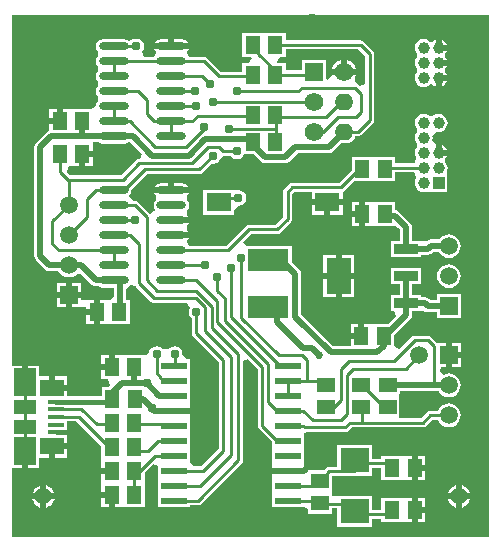
<source format=gtl>
G04 Layer_Physical_Order=1*
G04 Layer_Color=255*
%FSLAX23Y23*%
%MOIN*%
G70*
G01*
G75*
%ADD10R,0.083X0.063*%
%ADD11R,0.051X0.059*%
%ADD12R,0.075X0.094*%
%ADD13R,0.075X0.046*%
%ADD14R,0.054X0.018*%
%ADD15R,0.083X0.058*%
%ADD16O,0.098X0.028*%
%ADD17R,0.059X0.051*%
%ADD18R,0.087X0.024*%
%ADD19R,0.087X0.024*%
%ADD20R,0.083X0.122*%
%ADD21R,0.083X0.033*%
%ADD22R,0.134X0.075*%
%ADD23R,0.094X0.083*%
%ADD24C,0.010*%
%ADD25C,0.020*%
%ADD26C,0.018*%
%ADD27C,0.055*%
%ADD28C,0.039*%
%ADD29R,0.039X0.039*%
%ADD30R,0.059X0.059*%
%ADD31C,0.059*%
%ADD32C,0.062*%
%ADD33R,0.062X0.062*%
%ADD34O,0.062X0.055*%
%ADD35R,0.059X0.059*%
%ADD36C,0.031*%
%ADD37C,0.027*%
G36*
X598Y1292D02*
X594Y1282D01*
X589Y1275D01*
X584Y1274D01*
X579Y1271D01*
X529Y1220D01*
X360D01*
X347Y1233D01*
X355Y1250D01*
X361D01*
X379Y1250D01*
X390D01*
Y1290D01*
X400D01*
Y1300D01*
X436D01*
Y1312D01*
X436Y1330D01*
X453Y1330D01*
X456D01*
X459Y1328D01*
X468Y1326D01*
X539D01*
X548Y1328D01*
X551Y1330D01*
X560D01*
X598Y1292D01*
D02*
G37*
G36*
X1756Y15D02*
X165D01*
Y244D01*
X198D01*
Y300D01*
X218D01*
Y244D01*
X255D01*
Y279D01*
X288D01*
Y318D01*
X298D01*
Y328D01*
X350D01*
Y354D01*
X312D01*
Y371D01*
X350D01*
Y400D01*
X380D01*
X462Y318D01*
Y292D01*
X462Y275D01*
X462Y258D01*
Y245D01*
X498D01*
Y225D01*
X462D01*
Y212D01*
X462Y195D01*
X462Y178D01*
Y165D01*
X498D01*
Y155D01*
X508D01*
Y115D01*
X519D01*
X533Y115D01*
X551Y115D01*
X608D01*
Y195D01*
X608D01*
Y195D01*
X608D01*
Y231D01*
X635Y259D01*
X653Y251D01*
X653Y247D01*
Y215D01*
X653D01*
Y208D01*
X653D01*
Y165D01*
X653D01*
Y158D01*
X653D01*
Y115D01*
X759D01*
Y121D01*
X785D01*
X791Y122D01*
X796Y126D01*
X931Y261D01*
X934Y266D01*
X935Y272D01*
Y600D01*
X952Y607D01*
X985Y574D01*
Y386D01*
X986Y381D01*
X989Y376D01*
X1031Y334D01*
X1031Y315D01*
X1031Y297D01*
X1031Y265D01*
X1031Y247D01*
Y246D01*
X1084D01*
Y226D01*
X1031D01*
Y215D01*
X1031Y197D01*
X1031Y165D01*
X1031Y147D01*
Y115D01*
X1137D01*
X1152Y108D01*
Y92D01*
X1231D01*
Y110D01*
X1249D01*
Y49D01*
X1364D01*
Y75D01*
X1396D01*
Y65D01*
X1453D01*
X1467Y65D01*
X1485Y65D01*
X1497D01*
Y105D01*
Y145D01*
X1485D01*
X1471Y145D01*
X1453Y145D01*
X1396D01*
Y106D01*
X1364D01*
Y152D01*
X1249D01*
Y152D01*
X1232Y152D01*
X1231Y153D01*
Y163D01*
X1231Y181D01*
Y219D01*
X1249D01*
Y218D01*
X1364D01*
Y244D01*
X1396D01*
Y205D01*
X1453D01*
X1467Y205D01*
X1485Y205D01*
X1497D01*
Y245D01*
Y285D01*
X1485D01*
X1471Y285D01*
X1453Y285D01*
X1396D01*
Y275D01*
X1364D01*
Y321D01*
X1249D01*
Y249D01*
X1223D01*
X1217Y248D01*
X1212Y245D01*
X1206Y238D01*
X1155D01*
X1152Y238D01*
X1137Y245D01*
X1137Y258D01*
X1137Y276D01*
X1137Y308D01*
X1137Y326D01*
Y348D01*
X1140Y360D01*
X1152Y365D01*
X1275D01*
X1281Y366D01*
X1286Y369D01*
X1298Y381D01*
X1535D01*
X1541Y382D01*
X1546Y386D01*
X1565Y405D01*
X1585D01*
X1587Y400D01*
X1593Y392D01*
X1602Y385D01*
X1611Y381D01*
X1622Y380D01*
X1632Y381D01*
X1642Y385D01*
X1650Y392D01*
X1656Y400D01*
X1660Y410D01*
X1662Y420D01*
X1660Y430D01*
X1656Y440D01*
X1650Y448D01*
X1642Y455D01*
X1632Y459D01*
X1622Y460D01*
X1611Y459D01*
X1602Y455D01*
X1593Y448D01*
X1587Y440D01*
X1585Y435D01*
X1559D01*
X1553Y434D01*
X1548Y431D01*
X1529Y412D01*
X1474D01*
X1456Y412D01*
Y483D01*
X1456Y483D01*
X1459Y500D01*
X1587D01*
X1593Y492D01*
X1602Y485D01*
X1611Y481D01*
X1622Y480D01*
X1632Y481D01*
X1642Y485D01*
X1650Y492D01*
X1656Y500D01*
X1660Y510D01*
X1662Y520D01*
X1660Y530D01*
X1656Y540D01*
X1650Y548D01*
X1642Y555D01*
X1632Y559D01*
X1622Y560D01*
X1611Y559D01*
X1606Y556D01*
X1591Y566D01*
X1595Y580D01*
X1612D01*
Y620D01*
Y660D01*
X1583D01*
X1582Y661D01*
X1562Y681D01*
X1558Y684D01*
X1552Y685D01*
X1507D01*
X1501Y684D01*
X1496Y681D01*
X1455Y640D01*
X1440Y650D01*
Y688D01*
X1493Y742D01*
X1498Y748D01*
X1499Y756D01*
Y768D01*
X1530D01*
X1530Y768D01*
X1547Y766D01*
X1552Y765D01*
X1582D01*
Y745D01*
X1661D01*
Y824D01*
X1582D01*
Y805D01*
X1560D01*
X1557Y809D01*
X1550Y813D01*
X1542Y815D01*
X1530D01*
Y821D01*
X1499D01*
Y858D01*
X1530D01*
Y912D01*
X1428D01*
Y858D01*
X1458D01*
Y821D01*
X1428D01*
Y768D01*
X1437D01*
X1444Y750D01*
X1419Y725D01*
X1368D01*
Y725D01*
X1365D01*
Y725D01*
X1339D01*
Y685D01*
X1329D01*
Y675D01*
X1294D01*
Y650D01*
X1235D01*
X1130Y755D01*
Y890D01*
X1129Y898D01*
X1124Y904D01*
X1097Y932D01*
Y984D01*
X946D01*
X935Y999D01*
X961Y1025D01*
X1049D01*
X1055Y1026D01*
X1060Y1029D01*
X1095Y1065D01*
X1099Y1070D01*
X1100Y1076D01*
Y1158D01*
X1106Y1165D01*
X1165D01*
Y1140D01*
X1268D01*
Y1166D01*
X1268Y1166D01*
X1273Y1169D01*
X1305Y1200D01*
X1354D01*
X1368Y1200D01*
X1386Y1200D01*
X1443D01*
Y1230D01*
X1504D01*
X1508Y1225D01*
X1513Y1213D01*
X1511Y1210D01*
X1508Y1203D01*
X1507Y1195D01*
X1508Y1187D01*
X1511Y1180D01*
X1515Y1174D01*
X1522Y1169D01*
X1529Y1166D01*
X1537Y1165D01*
X1539Y1165D01*
X1557Y1165D01*
X1557Y1165D01*
X1557Y1165D01*
X1616D01*
Y1225D01*
X1616Y1225D01*
X1616Y1242D01*
X1617Y1245D01*
X1616Y1253D01*
X1613Y1260D01*
X1608Y1266D01*
Y1274D01*
X1613Y1280D01*
X1615Y1285D01*
X1587D01*
Y1295D01*
X1577D01*
Y1326D01*
X1566Y1337D01*
X1567Y1345D01*
X1566Y1353D01*
X1579Y1366D01*
X1587Y1365D01*
X1594Y1366D01*
X1602Y1369D01*
X1608Y1374D01*
X1613Y1380D01*
X1616Y1387D01*
X1617Y1395D01*
X1616Y1403D01*
X1613Y1410D01*
X1608Y1416D01*
X1602Y1421D01*
X1594Y1424D01*
X1587Y1425D01*
X1579Y1424D01*
X1572Y1421D01*
X1562Y1417D01*
X1552Y1421D01*
X1544Y1424D01*
X1537Y1425D01*
X1529Y1424D01*
X1522Y1421D01*
X1515Y1416D01*
X1511Y1410D01*
X1508Y1403D01*
X1507Y1395D01*
X1508Y1387D01*
X1511Y1380D01*
X1515Y1374D01*
Y1366D01*
X1511Y1360D01*
X1508Y1353D01*
X1507Y1345D01*
X1508Y1337D01*
X1511Y1330D01*
X1515Y1324D01*
Y1316D01*
X1511Y1310D01*
X1508Y1303D01*
X1507Y1295D01*
X1508Y1287D01*
X1511Y1280D01*
X1513Y1277D01*
X1508Y1265D01*
X1504Y1260D01*
X1443D01*
Y1280D01*
X1386D01*
X1372Y1280D01*
X1354Y1280D01*
X1297D01*
Y1236D01*
X1256Y1195D01*
X1100D01*
X1094Y1194D01*
X1089Y1191D01*
X1074Y1175D01*
X1070Y1170D01*
X1069Y1165D01*
Y1082D01*
X1042Y1055D01*
X955D01*
X949Y1054D01*
X944Y1051D01*
X879Y985D01*
X755D01*
X749Y998D01*
X749Y1003D01*
X754Y1010D01*
X696D01*
Y1030D01*
X754D01*
X749Y1037D01*
Y1053D01*
X754Y1060D01*
X696D01*
Y1080D01*
X754D01*
X749Y1087D01*
Y1103D01*
X754Y1111D01*
X756Y1120D01*
X754Y1129D01*
X749Y1137D01*
Y1153D01*
X754Y1160D01*
X639D01*
X644Y1153D01*
Y1137D01*
X639Y1129D01*
X637Y1120D01*
X639Y1111D01*
X642Y1106D01*
X642Y1105D01*
X640Y1100D01*
X626Y1091D01*
X626Y1091D01*
X625Y1091D01*
X586Y1131D01*
X581Y1134D01*
X575Y1135D01*
X567D01*
X556Y1151D01*
Y1153D01*
X561Y1161D01*
X563Y1170D01*
X563Y1171D01*
X616Y1225D01*
X790D01*
X796Y1226D01*
X801Y1229D01*
X831Y1260D01*
X835Y1259D01*
X845Y1261D01*
X854Y1266D01*
X859Y1275D01*
X870Y1285D01*
X894D01*
X896Y1281D01*
X905Y1276D01*
X915Y1274D01*
X925Y1276D01*
X934Y1281D01*
X939Y1290D01*
X939Y1290D01*
X971D01*
X996Y1266D01*
X1002Y1261D01*
X1010Y1260D01*
X1075D01*
X1083Y1261D01*
X1089Y1266D01*
X1118Y1295D01*
X1222D01*
X1229Y1296D01*
X1236Y1301D01*
X1263Y1328D01*
X1268Y1327D01*
X1275D01*
X1285Y1328D01*
X1294Y1332D01*
X1302Y1338D01*
X1308Y1346D01*
X1309Y1350D01*
X1317D01*
X1323Y1351D01*
X1327Y1354D01*
X1367Y1394D01*
X1371Y1399D01*
X1372Y1405D01*
Y1625D01*
X1371Y1631D01*
X1367Y1636D01*
X1337Y1666D01*
X1333Y1669D01*
X1327Y1670D01*
X1078D01*
Y1695D01*
X1007D01*
X1007Y1695D01*
X1003D01*
Y1695D01*
X989Y1695D01*
X932D01*
Y1615D01*
X962D01*
X964Y1612D01*
X955Y1595D01*
X932D01*
Y1565D01*
X861D01*
X816Y1611D01*
X811Y1614D01*
X805Y1615D01*
X755D01*
X749Y1628D01*
X749Y1633D01*
X754Y1640D01*
X639D01*
X644Y1633D01*
X644Y1628D01*
X638Y1615D01*
X606D01*
X601Y1625D01*
X600Y1633D01*
X604Y1640D01*
X606Y1650D01*
X604Y1660D01*
X599Y1669D01*
X590Y1674D01*
X580Y1676D01*
X570Y1674D01*
X556Y1667D01*
X548Y1672D01*
X539Y1674D01*
X468D01*
X459Y1672D01*
X451Y1667D01*
X446Y1659D01*
X444Y1650D01*
X446Y1641D01*
X451Y1633D01*
Y1617D01*
X446Y1609D01*
X444Y1600D01*
X446Y1591D01*
X451Y1583D01*
Y1567D01*
X446Y1559D01*
X444Y1550D01*
X446Y1541D01*
X451Y1533D01*
Y1517D01*
X446Y1509D01*
X444Y1500D01*
X446Y1491D01*
X451Y1483D01*
Y1467D01*
X446Y1459D01*
X445Y1454D01*
X441Y1448D01*
X428Y1440D01*
X364D01*
Y1440D01*
X361D01*
Y1440D01*
X335D01*
Y1400D01*
X325D01*
Y1390D01*
X290D01*
Y1369D01*
X287Y1369D01*
X281Y1364D01*
X246Y1329D01*
X241Y1323D01*
X240Y1315D01*
Y952D01*
X241Y945D01*
X246Y938D01*
X276Y908D01*
X282Y903D01*
X290Y902D01*
X320D01*
X320Y900D01*
X327Y892D01*
X335Y885D01*
X345Y881D01*
X355Y880D01*
X365Y881D01*
X375Y885D01*
X383Y892D01*
X394Y892D01*
X431Y856D01*
X437Y851D01*
X445Y850D01*
X456D01*
X459Y848D01*
X468Y846D01*
X505D01*
Y817D01*
X492Y805D01*
X469Y805D01*
X458D01*
Y765D01*
Y725D01*
X469D01*
X483Y725D01*
X501Y725D01*
X558D01*
Y805D01*
X545D01*
Y843D01*
X560Y855D01*
X577Y853D01*
X579Y849D01*
X629Y799D01*
X634Y796D01*
X640Y795D01*
X749D01*
X757Y777D01*
X756Y775D01*
X754Y765D01*
X756Y755D01*
X761Y746D01*
X765Y744D01*
Y695D01*
X766Y689D01*
X769Y684D01*
X855Y599D01*
Y310D01*
X797Y252D01*
X771D01*
X759Y265D01*
X759Y276D01*
Y308D01*
X759Y308D01*
Y315D01*
X759Y315D01*
Y347D01*
X759Y358D01*
X759Y376D01*
X759Y408D01*
X759Y426D01*
Y426D01*
X706D01*
Y446D01*
X759D01*
Y458D01*
X759Y476D01*
Y497D01*
X759Y508D01*
X759D01*
Y515D01*
X759Y515D01*
Y547D01*
X759Y558D01*
X759D01*
X759Y565D01*
X759Y565D01*
Y608D01*
X746D01*
X733Y625D01*
X731Y635D01*
X725Y644D01*
X717Y649D01*
X707Y651D01*
X697Y649D01*
X688Y644D01*
X686Y641D01*
X686Y641D01*
X667D01*
X667Y641D01*
X665Y644D01*
X657Y649D01*
X647Y651D01*
X637Y649D01*
X628Y644D01*
X622Y635D01*
X621Y630D01*
X611Y622D01*
X603Y620D01*
X537D01*
Y620D01*
X533D01*
Y620D01*
X508D01*
Y580D01*
X498D01*
Y570D01*
X462D01*
Y540D01*
X485D01*
X493Y523D01*
X487Y515D01*
X464D01*
Y485D01*
X350D01*
Y502D01*
X298D01*
Y512D01*
X288D01*
Y551D01*
X255D01*
Y586D01*
X218D01*
Y530D01*
X198D01*
Y586D01*
X165D01*
Y1756D01*
X1756D01*
Y15D01*
D02*
G37*
G36*
X1341Y1619D02*
Y1525D01*
X1324Y1518D01*
X1317Y1524D01*
X1315Y1525D01*
X1310Y1535D01*
X1308Y1543D01*
X1308Y1544D01*
X1308Y1545D01*
X1312Y1554D01*
X1312Y1555D01*
X1232D01*
X1232Y1554D01*
X1232Y1554D01*
X1219Y1539D01*
X1213Y1541D01*
Y1606D01*
X1131D01*
Y1570D01*
X1078D01*
Y1595D01*
X1051D01*
X1049Y1598D01*
X1059Y1615D01*
X1078D01*
Y1640D01*
X1320D01*
X1341Y1619D01*
D02*
G37*
%LPC*%
G36*
X1517Y285D02*
Y255D01*
X1542D01*
Y285D01*
X1517D01*
D02*
G37*
G36*
X1661Y610D02*
X1632D01*
Y580D01*
X1661D01*
Y610D01*
D02*
G37*
G36*
X350Y551D02*
X308D01*
Y522D01*
X350D01*
Y551D01*
D02*
G37*
G36*
Y308D02*
X308D01*
Y279D01*
X350D01*
Y308D01*
D02*
G37*
G36*
X488Y620D02*
X462D01*
Y590D01*
X488D01*
Y620D01*
D02*
G37*
G36*
X395Y810D02*
X365D01*
Y780D01*
X394D01*
X395Y780D01*
X412Y780D01*
Y775D01*
X438D01*
Y805D01*
X412D01*
X412Y805D01*
X395Y805D01*
Y810D01*
D02*
G37*
G36*
X345D02*
X315D01*
Y780D01*
X345D01*
Y810D01*
D02*
G37*
G36*
X1244Y875D02*
X1203D01*
Y814D01*
X1244D01*
Y875D01*
D02*
G37*
G36*
X1661Y660D02*
X1632D01*
Y630D01*
X1661D01*
Y660D01*
D02*
G37*
G36*
X1319Y725D02*
X1294D01*
Y695D01*
X1319D01*
Y725D01*
D02*
G37*
G36*
X438Y755D02*
X412D01*
Y725D01*
X438D01*
Y755D01*
D02*
G37*
G36*
X1542Y235D02*
X1517D01*
Y205D01*
X1542D01*
Y235D01*
D02*
G37*
G36*
X1645Y140D02*
X1618D01*
X1622Y131D01*
X1628Y123D01*
X1636Y117D01*
X1645Y113D01*
Y140D01*
D02*
G37*
G36*
X1692D02*
X1665D01*
Y113D01*
X1674Y117D01*
X1682Y123D01*
X1688Y131D01*
X1692Y140D01*
D02*
G37*
G36*
X307D02*
X280D01*
Y113D01*
X289Y117D01*
X297Y123D01*
X303Y131D01*
X307Y140D01*
D02*
G37*
G36*
X1542Y95D02*
X1517D01*
Y65D01*
X1542D01*
Y95D01*
D02*
G37*
G36*
X260Y140D02*
X233D01*
X237Y131D01*
X243Y123D01*
X251Y117D01*
X260Y113D01*
Y140D01*
D02*
G37*
G36*
X1517Y145D02*
Y115D01*
X1542D01*
Y145D01*
X1517D01*
D02*
G37*
G36*
X1645Y187D02*
X1636Y183D01*
X1628Y177D01*
X1622Y169D01*
X1618Y160D01*
X1645D01*
Y187D01*
D02*
G37*
G36*
X1665D02*
Y160D01*
X1692D01*
X1688Y169D01*
X1682Y177D01*
X1674Y183D01*
X1665Y187D01*
D02*
G37*
G36*
X280D02*
Y160D01*
X307D01*
X303Y169D01*
X297Y177D01*
X289Y183D01*
X280Y187D01*
D02*
G37*
G36*
X488Y145D02*
X462D01*
Y115D01*
X488D01*
Y145D01*
D02*
G37*
G36*
X260Y187D02*
X251Y183D01*
X243Y177D01*
X237Y169D01*
X233Y160D01*
X260D01*
Y187D01*
D02*
G37*
G36*
X1306Y875D02*
X1264D01*
Y814D01*
X1306D01*
Y875D01*
D02*
G37*
G36*
X315Y1440D02*
X290D01*
Y1410D01*
X315D01*
Y1440D01*
D02*
G37*
G36*
X1537Y1675D02*
X1529Y1674D01*
X1522Y1671D01*
X1515Y1666D01*
X1511Y1660D01*
X1508Y1653D01*
X1507Y1645D01*
X1508Y1637D01*
X1511Y1630D01*
X1515Y1624D01*
Y1616D01*
X1511Y1610D01*
X1508Y1603D01*
X1507Y1595D01*
X1508Y1587D01*
X1511Y1580D01*
X1515Y1574D01*
Y1566D01*
X1511Y1560D01*
X1508Y1553D01*
X1507Y1545D01*
X1508Y1537D01*
X1511Y1530D01*
X1515Y1524D01*
X1522Y1519D01*
X1529Y1516D01*
X1537Y1515D01*
X1544Y1516D01*
X1552Y1519D01*
X1558Y1524D01*
X1565D01*
X1572Y1519D01*
X1577Y1517D01*
Y1545D01*
X1587D01*
Y1555D01*
X1615D01*
X1613Y1560D01*
X1608Y1566D01*
Y1574D01*
X1613Y1580D01*
X1615Y1585D01*
X1587D01*
Y1605D01*
X1615D01*
X1613Y1610D01*
X1608Y1616D01*
Y1624D01*
X1613Y1630D01*
X1615Y1635D01*
X1587D01*
Y1645D01*
X1577D01*
Y1673D01*
X1572Y1671D01*
X1565Y1666D01*
X1558D01*
X1552Y1671D01*
X1544Y1674D01*
X1537Y1675D01*
D02*
G37*
G36*
X1597Y1323D02*
Y1305D01*
X1615D01*
X1613Y1310D01*
X1608Y1316D01*
X1602Y1321D01*
X1597Y1323D01*
D02*
G37*
G36*
X732Y1194D02*
X706D01*
Y1180D01*
X754D01*
X749Y1187D01*
X741Y1192D01*
X732Y1194D01*
D02*
G37*
G36*
X436Y1280D02*
X410D01*
Y1250D01*
X436D01*
Y1280D01*
D02*
G37*
G36*
X1615Y1535D02*
X1597D01*
Y1517D01*
X1602Y1519D01*
X1608Y1524D01*
X1613Y1530D01*
X1615Y1535D01*
D02*
G37*
G36*
X686Y1674D02*
X661D01*
X652Y1672D01*
X644Y1667D01*
X639Y1660D01*
X686D01*
Y1674D01*
D02*
G37*
G36*
X732D02*
X706D01*
Y1660D01*
X754D01*
X749Y1667D01*
X741Y1672D01*
X732Y1674D01*
D02*
G37*
G36*
X1597Y1673D02*
Y1655D01*
X1615D01*
X1613Y1660D01*
X1608Y1666D01*
X1602Y1671D01*
X1597Y1673D01*
D02*
G37*
G36*
X1262Y1605D02*
X1261Y1605D01*
X1251Y1601D01*
X1242Y1594D01*
X1236Y1586D01*
X1232Y1576D01*
X1232Y1575D01*
X1262D01*
Y1605D01*
D02*
G37*
G36*
X1282D02*
Y1575D01*
X1312D01*
X1312Y1576D01*
X1307Y1586D01*
X1301Y1594D01*
X1292Y1601D01*
X1282Y1605D01*
X1282Y1605D01*
D02*
G37*
G36*
X686Y1194D02*
X661D01*
X652Y1192D01*
X644Y1187D01*
X639Y1180D01*
X686D01*
Y1194D01*
D02*
G37*
G36*
X1244Y956D02*
X1203D01*
Y895D01*
X1244D01*
Y956D01*
D02*
G37*
G36*
X1306D02*
X1264D01*
Y895D01*
X1306D01*
Y956D01*
D02*
G37*
G36*
X1622Y925D02*
X1611Y923D01*
X1602Y919D01*
X1593Y913D01*
X1587Y905D01*
X1583Y895D01*
X1582Y885D01*
X1583Y875D01*
X1587Y865D01*
X1593Y857D01*
X1602Y850D01*
X1611Y846D01*
X1622Y845D01*
X1632Y846D01*
X1642Y850D01*
X1650Y857D01*
X1656Y865D01*
X1660Y875D01*
X1662Y885D01*
X1660Y895D01*
X1656Y905D01*
X1650Y913D01*
X1642Y919D01*
X1632Y923D01*
X1622Y925D01*
D02*
G37*
G36*
X345Y860D02*
X315D01*
Y830D01*
X345D01*
Y860D01*
D02*
G37*
G36*
X395D02*
X365D01*
Y830D01*
X395D01*
Y860D01*
D02*
G37*
G36*
X1372Y1130D02*
X1354Y1130D01*
X1343D01*
Y1090D01*
Y1050D01*
X1354D01*
X1368Y1050D01*
X1386Y1050D01*
X1443D01*
X1443Y1050D01*
Y1050D01*
X1457Y1041D01*
X1458Y1039D01*
Y1002D01*
X1428D01*
Y949D01*
X1530D01*
Y955D01*
X1552D01*
X1560Y957D01*
X1567Y961D01*
X1570Y965D01*
X1588Y964D01*
X1593Y957D01*
X1602Y950D01*
X1611Y946D01*
X1622Y945D01*
X1632Y946D01*
X1642Y950D01*
X1650Y957D01*
X1656Y965D01*
X1660Y975D01*
X1662Y985D01*
X1660Y995D01*
X1656Y1005D01*
X1650Y1013D01*
X1642Y1019D01*
X1632Y1023D01*
X1622Y1025D01*
X1611Y1023D01*
X1602Y1019D01*
X1593Y1013D01*
X1589Y1007D01*
X1562D01*
X1554Y1005D01*
X1547Y1001D01*
X1530Y1002D01*
Y1002D01*
X1499D01*
Y1048D01*
X1498Y1056D01*
X1493Y1062D01*
X1456Y1099D01*
X1449Y1104D01*
X1443Y1105D01*
Y1130D01*
X1386D01*
X1372Y1130D01*
D02*
G37*
G36*
X1268Y1120D02*
X1226D01*
Y1089D01*
X1268D01*
Y1120D01*
D02*
G37*
G36*
X1323Y1130D02*
X1297D01*
Y1100D01*
X1323D01*
Y1130D01*
D02*
G37*
G36*
X1206Y1120D02*
X1165D01*
Y1089D01*
X1206D01*
Y1120D01*
D02*
G37*
G36*
X1323Y1080D02*
X1297D01*
Y1050D01*
X1323D01*
Y1080D01*
D02*
G37*
G36*
X905Y1171D02*
X905Y1171D01*
X802D01*
Y1089D01*
X905D01*
Y1104D01*
X920Y1119D01*
X930Y1121D01*
X939Y1126D01*
X944Y1135D01*
X946Y1145D01*
X944Y1155D01*
X939Y1164D01*
X930Y1169D01*
X923Y1171D01*
X920Y1171D01*
X905Y1171D01*
D02*
G37*
%LPD*%
D10*
X854Y1130D02*
D03*
X1216D02*
D03*
D11*
X1042Y1655D02*
D03*
X968D02*
D03*
Y1330D02*
D03*
X1042D02*
D03*
Y1555D02*
D03*
X968D02*
D03*
Y1420D02*
D03*
X1042D02*
D03*
X1507Y245D02*
D03*
X1432D02*
D03*
Y105D02*
D03*
X1507D02*
D03*
X522Y765D02*
D03*
X448D02*
D03*
X325Y1400D02*
D03*
X400D02*
D03*
X499Y475D02*
D03*
X574D02*
D03*
X498Y395D02*
D03*
X572D02*
D03*
Y315D02*
D03*
X498D02*
D03*
X498Y235D02*
D03*
X572D02*
D03*
X498Y155D02*
D03*
X572D02*
D03*
X498Y580D02*
D03*
X572D02*
D03*
X1333Y1240D02*
D03*
X1407D02*
D03*
X400Y1290D02*
D03*
X325D02*
D03*
X1404Y685D02*
D03*
X1329D02*
D03*
X1333Y1090D02*
D03*
X1407D02*
D03*
D12*
X208Y530D02*
D03*
Y300D02*
D03*
D13*
Y382D02*
D03*
Y448D02*
D03*
D14*
X312Y415D02*
D03*
Y389D02*
D03*
Y364D02*
D03*
Y466D02*
D03*
Y441D02*
D03*
D15*
X298Y318D02*
D03*
Y512D02*
D03*
D16*
X504Y1170D02*
D03*
Y1120D02*
D03*
Y1070D02*
D03*
Y1020D02*
D03*
Y970D02*
D03*
Y920D02*
D03*
Y870D02*
D03*
X696Y1170D02*
D03*
Y1120D02*
D03*
Y1070D02*
D03*
Y1020D02*
D03*
Y970D02*
D03*
Y920D02*
D03*
Y870D02*
D03*
X504Y1650D02*
D03*
Y1600D02*
D03*
Y1550D02*
D03*
Y1500D02*
D03*
Y1450D02*
D03*
Y1400D02*
D03*
Y1350D02*
D03*
X696Y1650D02*
D03*
Y1600D02*
D03*
Y1550D02*
D03*
Y1500D02*
D03*
Y1450D02*
D03*
Y1400D02*
D03*
Y1350D02*
D03*
D17*
X1327Y522D02*
D03*
Y448D02*
D03*
X1212D02*
D03*
Y522D02*
D03*
X1192Y128D02*
D03*
Y202D02*
D03*
X1417Y522D02*
D03*
Y448D02*
D03*
D18*
X1084Y136D02*
D03*
Y186D02*
D03*
Y236D02*
D03*
Y286D02*
D03*
Y336D02*
D03*
Y386D02*
D03*
Y436D02*
D03*
Y486D02*
D03*
Y536D02*
D03*
Y586D02*
D03*
X706D02*
D03*
D19*
Y136D02*
D03*
Y186D02*
D03*
Y236D02*
D03*
Y286D02*
D03*
Y336D02*
D03*
Y386D02*
D03*
Y436D02*
D03*
Y486D02*
D03*
Y536D02*
D03*
D20*
X1254Y885D02*
D03*
D21*
X1479Y976D02*
D03*
Y885D02*
D03*
Y794D02*
D03*
D22*
X1020Y783D02*
D03*
Y937D02*
D03*
D23*
X1307Y270D02*
D03*
Y100D02*
D03*
D24*
X835Y1465D02*
X1172D01*
X955Y1040D02*
X1049D01*
X885Y970D02*
X955Y1040D01*
X696Y970D02*
X885D01*
X895Y747D02*
Y910D01*
Y747D02*
X1052Y590D01*
X930Y745D02*
Y945D01*
Y745D02*
X1055Y620D01*
X1049Y1040D02*
X1085Y1076D01*
Y1165D01*
X1263Y1180D02*
X1333Y1250D01*
X1100Y1180D02*
X1263D01*
X1085Y1165D02*
X1100Y1180D01*
X879Y1145D02*
X920D01*
X869Y1155D02*
X879Y1145D01*
X1055Y620D02*
X1132D01*
X1020Y466D02*
Y590D01*
X875Y735D02*
X1020Y590D01*
X875Y735D02*
Y810D01*
X1000Y386D02*
Y580D01*
X850Y730D02*
X1000Y580D01*
X850Y730D02*
Y800D01*
X920Y272D02*
Y625D01*
X832Y712D02*
X920Y625D01*
X832Y712D02*
Y783D01*
X895Y288D02*
Y615D01*
X810Y700D02*
X895Y615D01*
X810Y700D02*
Y780D01*
X870Y303D02*
Y605D01*
X780Y695D02*
X870Y605D01*
X780Y695D02*
Y765D01*
X1357Y1405D02*
Y1625D01*
X1044Y1655D02*
X1327D01*
X1357Y1625D01*
X610Y1240D02*
X790D01*
X835Y1285D01*
X506Y1600D02*
X805D01*
X855Y1550D01*
X951D01*
X870Y1300D02*
X915D01*
X855Y1315D02*
X870Y1300D01*
X820Y1315D02*
X855D01*
X765Y1260D02*
X820Y1315D01*
X890Y1375D02*
X1044D01*
X784Y1419D02*
X969D01*
X805Y1375D02*
Y1380D01*
X590Y1260D02*
X765D01*
X745Y1315D02*
X805Y1375D01*
X643Y1315D02*
X745D01*
X800Y1550D02*
X825Y1525D01*
X696Y1550D02*
X800D01*
X696Y1500D02*
X775D01*
X696Y920D02*
X810D01*
X696Y1450D02*
X780D01*
X1407Y1245D02*
X1537D01*
X765Y1400D02*
X784Y1419D01*
X696Y1400D02*
X765D01*
X1044Y1375D02*
Y1415D01*
Y1320D02*
Y1375D01*
Y1555D02*
Y1568D01*
Y1555D02*
X1162D01*
X1042D02*
X1044D01*
X1162D02*
X1172Y1565D01*
X1120Y1500D02*
X1133Y1513D01*
X915Y1500D02*
X1120D01*
X1044Y1415D02*
X1212D01*
X850Y835D02*
Y880D01*
X780Y870D02*
X850Y800D01*
X780Y835D02*
X832Y783D01*
X650Y835D02*
X780D01*
Y810D02*
X810Y780D01*
X640Y810D02*
X780D01*
X590Y860D02*
X640Y810D01*
X590Y860D02*
Y990D01*
X615Y870D02*
X650Y835D01*
X615Y870D02*
Y1080D01*
X1147Y536D02*
Y605D01*
X1132Y620D02*
X1147Y605D01*
X850Y835D02*
X875Y810D01*
X1050Y336D02*
X1084D01*
X1000Y386D02*
X1050Y336D01*
Y436D02*
X1084D01*
X1020Y466D02*
X1050Y436D01*
X785Y136D02*
X920Y272D01*
X793Y186D02*
X895Y288D01*
X803Y236D02*
X870Y303D01*
X1223Y234D02*
X1307D01*
X1192Y202D02*
X1223Y234D01*
X1275Y380D02*
X1292Y396D01*
X1142Y380D02*
X1275D01*
X1135Y386D02*
X1142Y380D01*
X1262Y405D02*
X1282Y425D01*
X1167Y405D02*
X1262D01*
X1135Y436D02*
X1167Y405D01*
X696Y870D02*
X780D01*
X1332Y396D02*
X1535D01*
X1559Y420D01*
X1622D01*
X641Y286D02*
X706D01*
X574Y219D02*
X641Y286D01*
X574Y210D02*
Y219D01*
X617Y300D02*
X653Y336D01*
X574Y300D02*
X617D01*
X560Y1020D02*
X590Y990D01*
X575Y1120D02*
X615Y1080D01*
X506Y1120D02*
X575D01*
X694Y1350D02*
Y1400D01*
X558D02*
X643Y1315D01*
X504Y1500D02*
X585D01*
X615Y1425D02*
X640Y1400D01*
X969Y1419D02*
X969Y1420D01*
X696Y1450D02*
X701Y1445D01*
X208Y448D02*
Y530D01*
Y382D02*
Y448D01*
Y300D02*
Y382D01*
X396Y441D02*
X447Y390D01*
X312Y441D02*
X396D01*
X312Y415D02*
X387D01*
X1262Y575D02*
X1287Y600D01*
X1262Y470D02*
Y575D01*
X1239Y448D02*
X1262Y470D01*
X1282Y555D02*
X1302Y575D01*
X1282Y425D02*
Y555D01*
X1084Y386D02*
X1135D01*
X1212Y448D02*
X1239D01*
X1292Y396D02*
X1332D01*
X986Y1626D02*
X1044Y1568D01*
X986Y1626D02*
Y1639D01*
X506Y1650D02*
X580D01*
X1133Y1513D02*
X1307D01*
X1327Y1493D01*
Y1430D02*
Y1493D01*
X1312Y1415D02*
X1327Y1430D01*
X1252Y1415D02*
X1312D01*
X1202Y1365D02*
X1252Y1415D01*
X1172Y1365D02*
X1202D01*
X1317D02*
X1357Y1405D01*
X969Y1655D02*
X986Y1639D01*
X977Y1573D02*
X982Y1568D01*
X951Y1573D02*
X977D01*
X951Y1550D02*
Y1573D01*
X504Y1170D02*
X540D01*
X1272Y1365D02*
X1317D01*
X1314Y90D02*
X1412D01*
X1314Y260D02*
X1412D01*
X1084Y186D02*
X1188D01*
X1405Y448D02*
X1417D01*
X1327Y526D02*
X1338D01*
X1572Y520D02*
Y650D01*
X1552Y670D02*
X1572Y650D01*
X1084Y486D02*
Y536D01*
X506Y1020D02*
X560D01*
X506Y1550D02*
Y1600D01*
X647Y1170D02*
X694D01*
X506Y1400D02*
Y1450D01*
X1084Y136D02*
X1163D01*
X640Y1400D02*
X694D01*
X615Y1425D02*
Y1470D01*
X585Y1500D02*
X615Y1470D01*
X300Y993D02*
Y1067D01*
X355Y1120D02*
Y1122D01*
X300Y1067D02*
X355Y1122D01*
X1327Y526D02*
X1405Y448D01*
X1332Y396D02*
Y459D01*
X711Y591D02*
X717Y585D01*
X670Y536D02*
X706D01*
X647Y560D02*
X670Y536D01*
X504Y970D02*
X506D01*
Y920D02*
Y970D01*
X447Y390D02*
X499D01*
X574D02*
X722D01*
X572Y155D02*
Y208D01*
X653Y336D02*
X673D01*
X1507Y670D02*
X1552D01*
X1212Y1415D02*
X1262Y1465D01*
X1272D01*
X694Y970D02*
X696D01*
X1204Y125D02*
X1293D01*
X1312Y106D01*
X1287Y600D02*
X1437D01*
X1507Y670D01*
X1302Y575D02*
X1477D01*
X1522Y620D01*
X1084Y436D02*
X1135D01*
X387Y415D02*
X487Y315D01*
Y300D02*
Y315D01*
X504Y1070D02*
X575D01*
X415Y1140D02*
X445Y1170D01*
X504D01*
X300Y993D02*
X323Y970D01*
X504D01*
X1084Y536D02*
X1147D01*
X1198D01*
X1047Y585D02*
X1052Y590D01*
X706Y136D02*
X785D01*
X706Y186D02*
X793D01*
X706Y236D02*
X803D01*
X540Y1170D02*
X610Y1240D01*
X707Y587D02*
Y625D01*
X647Y560D02*
Y625D01*
X506Y1400D02*
X558D01*
X355Y1020D02*
X415Y1080D01*
Y1140D01*
X535Y1205D02*
X590Y1260D01*
X325Y1233D02*
Y1290D01*
X353Y1205D02*
X535D01*
X355Y1122D02*
Y1203D01*
X325Y1233D02*
X355Y1203D01*
D25*
X1053Y947D02*
X1110Y890D01*
Y747D02*
Y890D01*
Y747D02*
X1227Y630D01*
X1135Y645D02*
X1165D01*
X1047Y733D02*
X1135Y645D01*
X1047Y733D02*
Y805D01*
X810Y1340D02*
X968D01*
X755Y1285D02*
X810Y1340D01*
X633Y1285D02*
X755D01*
X1075Y1280D02*
X1110Y1315D01*
X1010Y1280D02*
X1075D01*
X968Y1322D02*
X1010Y1280D01*
X1110Y1315D02*
X1222D01*
X968Y1322D02*
Y1340D01*
X1165Y645D02*
X1190Y620D01*
X499Y475D02*
Y494D01*
X532Y527D02*
X615D01*
X499Y494D02*
X532Y527D01*
X572Y533D02*
Y590D01*
X615Y527D02*
X655Y486D01*
X490Y466D02*
X499Y475D01*
X1084Y236D02*
X1137D01*
X1572Y520D02*
X1622D01*
X706Y436D02*
X802D01*
X400Y1352D02*
Y1400D01*
X1222Y1315D02*
X1272Y1365D01*
X1429Y520D02*
X1572D01*
X655Y486D02*
X706D01*
X574Y475D02*
X602D01*
X632Y445D01*
X640Y436D01*
X706D01*
X1479Y794D02*
Y885D01*
X1552Y976D02*
X1562Y985D01*
X1479Y976D02*
X1552D01*
X1562Y986D02*
X1622D01*
X1479Y794D02*
X1542D01*
X1552Y785D01*
X1606D01*
X1404Y652D02*
Y695D01*
X1427Y1085D02*
X1442D01*
X1479Y1048D01*
Y976D02*
Y1048D01*
X1404Y695D02*
X1418D01*
X1479Y756D01*
Y794D01*
X1137Y236D02*
X1166Y265D01*
X1382Y630D02*
X1404Y652D01*
X395Y920D02*
X445Y870D01*
X355Y920D02*
X395D01*
X290Y922D02*
X355D01*
X445Y870D02*
X504D01*
X260Y952D02*
X290Y922D01*
X1227Y630D02*
X1382D01*
X504Y870D02*
X525D01*
Y768D02*
Y870D01*
X260Y952D02*
Y1315D01*
X295Y1350D01*
X504D01*
X568D01*
X633Y1285D01*
D26*
X312Y466D02*
X490D01*
D27*
X270Y150D02*
D03*
X1655D02*
D03*
D28*
X1537Y1645D02*
D03*
X1587D02*
D03*
X1537Y1595D02*
D03*
X1587D02*
D03*
X1537Y1545D02*
D03*
X1587D02*
D03*
X1537Y1395D02*
D03*
X1587D02*
D03*
X1537Y1345D02*
D03*
Y1295D02*
D03*
X1587D02*
D03*
X1537Y1245D02*
D03*
X1587D02*
D03*
X1537Y1195D02*
D03*
D29*
X1587D02*
D03*
D30*
X1622Y620D02*
D03*
X355Y820D02*
D03*
X1622Y785D02*
D03*
D31*
Y520D02*
D03*
Y420D02*
D03*
X355Y1120D02*
D03*
Y1020D02*
D03*
Y920D02*
D03*
X1522Y620D02*
D03*
X1622Y885D02*
D03*
Y985D02*
D03*
D32*
X1172Y1365D02*
D03*
Y1465D02*
D03*
X1272Y1565D02*
D03*
D33*
X1172D02*
D03*
D34*
X1272Y1365D02*
D03*
Y1465D02*
D03*
D35*
X1622Y620D02*
D03*
D36*
X835Y1465D02*
D03*
X895Y910D02*
D03*
X930Y945D02*
D03*
X1030Y1005D02*
D03*
X970D02*
D03*
X1030Y1095D02*
D03*
X920Y1145D02*
D03*
X775Y1155D02*
D03*
Y1055D02*
D03*
X970Y1095D02*
D03*
X835Y1285D02*
D03*
X890Y1375D02*
D03*
X805Y1380D02*
D03*
X775Y1500D02*
D03*
X825Y1525D02*
D03*
X810Y920D02*
D03*
X780Y1450D02*
D03*
X1225Y1220D02*
D03*
X1130Y1140D02*
D03*
X1330Y1320D02*
D03*
X850Y880D02*
D03*
X615Y527D02*
D03*
X960Y365D02*
D03*
Y480D02*
D03*
Y565D02*
D03*
X780Y765D02*
D03*
X915Y1300D02*
D03*
X647Y625D02*
D03*
X605Y1160D02*
D03*
X815Y565D02*
D03*
X915Y1500D02*
D03*
X815Y480D02*
D03*
X580Y1650D02*
D03*
X1347Y885D02*
D03*
X1157D02*
D03*
X400Y1630D02*
D03*
X810Y1660D02*
D03*
X425Y275D02*
D03*
X955Y195D02*
D03*
X710Y765D02*
D03*
X405Y1485D02*
D03*
X1170Y1220D02*
D03*
X1347Y805D02*
D03*
Y965D02*
D03*
X1157Y805D02*
D03*
Y965D02*
D03*
X1165Y1745D02*
D03*
X470Y1290D02*
D03*
X575Y1070D02*
D03*
X1457Y1510D02*
D03*
X1409Y175D02*
D03*
X632Y185D02*
D03*
X817Y370D02*
D03*
X632Y445D02*
D03*
X1532Y725D02*
D03*
X1320Y1170D02*
D03*
X1247Y1030D02*
D03*
X1240Y770D02*
D03*
X535Y1290D02*
D03*
X707Y625D02*
D03*
D37*
X1190Y620D02*
D03*
M02*

</source>
